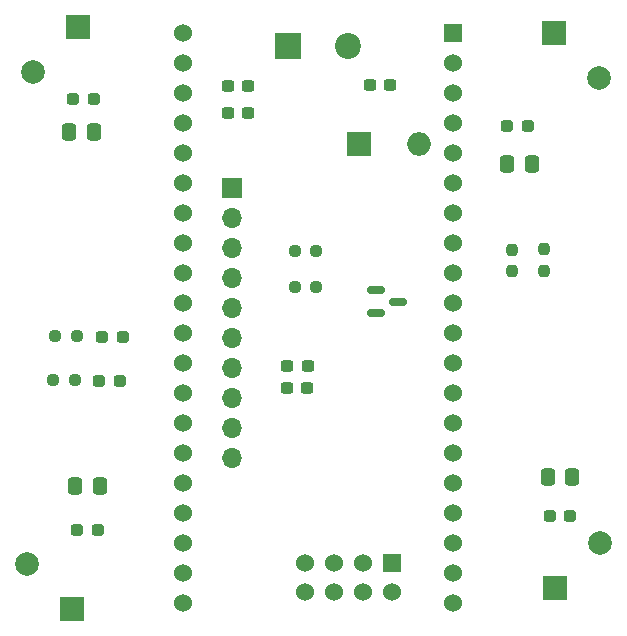
<source format=gbr>
%TF.GenerationSoftware,KiCad,Pcbnew,(6.0.7)*%
%TF.CreationDate,2022-10-25T16:16:00+09:00*%
%TF.ProjectId,quad_jsb,71756164-5f6a-4736-922e-6b696361645f,rev?*%
%TF.SameCoordinates,Original*%
%TF.FileFunction,Soldermask,Top*%
%TF.FilePolarity,Negative*%
%FSLAX46Y46*%
G04 Gerber Fmt 4.6, Leading zero omitted, Abs format (unit mm)*
G04 Created by KiCad (PCBNEW (6.0.7)) date 2022-10-25 16:16:00*
%MOMM*%
%LPD*%
G01*
G04 APERTURE LIST*
G04 Aperture macros list*
%AMRoundRect*
0 Rectangle with rounded corners*
0 $1 Rounding radius*
0 $2 $3 $4 $5 $6 $7 $8 $9 X,Y pos of 4 corners*
0 Add a 4 corners polygon primitive as box body*
4,1,4,$2,$3,$4,$5,$6,$7,$8,$9,$2,$3,0*
0 Add four circle primitives for the rounded corners*
1,1,$1+$1,$2,$3*
1,1,$1+$1,$4,$5*
1,1,$1+$1,$6,$7*
1,1,$1+$1,$8,$9*
0 Add four rect primitives between the rounded corners*
20,1,$1+$1,$2,$3,$4,$5,0*
20,1,$1+$1,$4,$5,$6,$7,0*
20,1,$1+$1,$6,$7,$8,$9,0*
20,1,$1+$1,$8,$9,$2,$3,0*%
G04 Aperture macros list end*
%ADD10RoundRect,0.250000X-0.337500X-0.475000X0.337500X-0.475000X0.337500X0.475000X-0.337500X0.475000X0*%
%ADD11C,2.000000*%
%ADD12R,2.000000X2.000000*%
%ADD13RoundRect,0.237500X-0.287500X-0.237500X0.287500X-0.237500X0.287500X0.237500X-0.287500X0.237500X0*%
%ADD14RoundRect,0.237500X0.287500X0.237500X-0.287500X0.237500X-0.287500X-0.237500X0.287500X-0.237500X0*%
%ADD15C,2.200000*%
%ADD16R,2.200000X2.200000*%
%ADD17R,1.524000X1.524000*%
%ADD18C,1.524000*%
%ADD19RoundRect,0.150000X-0.587500X-0.150000X0.587500X-0.150000X0.587500X0.150000X-0.587500X0.150000X0*%
%ADD20RoundRect,0.237500X0.300000X0.237500X-0.300000X0.237500X-0.300000X-0.237500X0.300000X-0.237500X0*%
%ADD21RoundRect,0.250000X0.337500X0.475000X-0.337500X0.475000X-0.337500X-0.475000X0.337500X-0.475000X0*%
%ADD22RoundRect,0.237500X0.250000X0.237500X-0.250000X0.237500X-0.250000X-0.237500X0.250000X-0.237500X0*%
%ADD23O,2.000000X2.000000*%
%ADD24RoundRect,0.237500X-0.300000X-0.237500X0.300000X-0.237500X0.300000X0.237500X-0.300000X0.237500X0*%
%ADD25R,1.700000X1.700000*%
%ADD26O,1.700000X1.700000*%
%ADD27RoundRect,0.237500X0.237500X-0.250000X0.237500X0.250000X-0.237500X0.250000X-0.237500X-0.250000X0*%
%ADD28RoundRect,0.237500X-0.237500X0.250000X-0.237500X-0.250000X0.237500X-0.250000X0.237500X0.250000X0*%
G04 APERTURE END LIST*
D10*
%TO.C,C10*%
X43512500Y40500000D03*
X45587500Y40500000D03*
%TD*%
%TO.C,C12*%
X46962500Y14000000D03*
X49037500Y14000000D03*
%TD*%
D11*
%TO.C,U11*%
X3345000Y48345000D03*
D12*
X7155000Y52155000D03*
%TD*%
D13*
%TO.C,D5*%
X43500000Y43750000D03*
X45250000Y43750000D03*
%TD*%
D14*
%TO.C,D4*%
X8875000Y9500000D03*
X7125000Y9500000D03*
%TD*%
D15*
%TO.C,U1*%
X30040000Y50500000D03*
D16*
X24960000Y50500000D03*
%TD*%
D17*
%TO.C,U4*%
X33750000Y6750000D03*
D18*
X33750000Y4290000D03*
X31290000Y6750000D03*
X31290000Y4290000D03*
X28830000Y6750000D03*
X28830000Y4290000D03*
X26370000Y6750000D03*
X26370000Y4290000D03*
%TD*%
D11*
%TO.C,U12*%
X51405000Y8405000D03*
D12*
X47595000Y4595000D03*
%TD*%
D19*
%TO.C,U13*%
X32412500Y29825000D03*
X32412500Y27925000D03*
X34287500Y28875000D03*
%TD*%
D20*
%TO.C,C13*%
X21612500Y44825000D03*
X19887500Y44825000D03*
%TD*%
D11*
%TO.C,U9*%
X2845000Y6655000D03*
D12*
X6655000Y2845000D03*
%TD*%
D21*
%TO.C,C11*%
X8537500Y43250000D03*
X6462500Y43250000D03*
%TD*%
D22*
%TO.C,R4*%
X27350000Y30125000D03*
X25525000Y30125000D03*
%TD*%
D13*
%TO.C,D7*%
X47125000Y10750000D03*
X48875000Y10750000D03*
%TD*%
D14*
%TO.C,D3*%
X10975000Y25850000D03*
X9225000Y25850000D03*
%TD*%
%TO.C,D2*%
X10700000Y22125000D03*
X8950000Y22125000D03*
%TD*%
D12*
%TO.C,D1*%
X30960000Y42250000D03*
D23*
X36040000Y42250000D03*
%TD*%
D24*
%TO.C,C14*%
X31875000Y47225000D03*
X33600000Y47225000D03*
%TD*%
D25*
%TO.C,U6*%
X20225000Y38525000D03*
D26*
X20225000Y35985000D03*
X20225000Y33445000D03*
X20225000Y30905000D03*
X20225000Y28365000D03*
X20225000Y25825000D03*
X20225000Y23285000D03*
X20225000Y20745000D03*
X20225000Y18205000D03*
X20225000Y15665000D03*
%TD*%
D22*
%TO.C,R10*%
X7075000Y26000000D03*
X5250000Y26000000D03*
%TD*%
D27*
%TO.C,R2*%
X43900000Y31425000D03*
X43900000Y33250000D03*
%TD*%
D22*
%TO.C,R3*%
X27350000Y33125000D03*
X25525000Y33125000D03*
%TD*%
D14*
%TO.C,D6*%
X8500000Y46000000D03*
X6750000Y46000000D03*
%TD*%
D24*
%TO.C,C15*%
X24900000Y23450000D03*
X26625000Y23450000D03*
%TD*%
D11*
%TO.C,U10*%
X51255000Y47820000D03*
D12*
X47445000Y51630000D03*
%TD*%
D21*
%TO.C,C9*%
X9037500Y13250000D03*
X6962500Y13250000D03*
%TD*%
D20*
%TO.C,C1*%
X21612500Y47125000D03*
X19887500Y47125000D03*
%TD*%
D24*
%TO.C,C16*%
X24875000Y21600000D03*
X26600000Y21600000D03*
%TD*%
D28*
%TO.C,R1*%
X46625000Y33300000D03*
X46625000Y31475000D03*
%TD*%
D22*
%TO.C,R9*%
X6912500Y22250000D03*
X5087500Y22250000D03*
%TD*%
D17*
%TO.C,U5*%
X38930000Y51630000D03*
D18*
X38930000Y49090000D03*
X38930000Y46550000D03*
X38930000Y44010000D03*
X38930000Y41470000D03*
X38930000Y38930000D03*
X38930000Y36390000D03*
X38930000Y33850000D03*
X38930000Y31310000D03*
X38930000Y28770000D03*
X38930000Y26230000D03*
X38930000Y23690000D03*
X38930000Y21150000D03*
X38930000Y18610000D03*
X38930000Y16070000D03*
X38930000Y13530000D03*
X38930000Y10990000D03*
X38930000Y8450000D03*
X38930000Y5910000D03*
X38930000Y3370000D03*
X16070000Y3370000D03*
X16070000Y5910000D03*
X16070000Y8450000D03*
X16070000Y10990000D03*
X16070000Y13530000D03*
X16070000Y16070000D03*
X16070000Y18610000D03*
X16070000Y21150000D03*
X16070000Y23690000D03*
X16070000Y26230000D03*
X16070000Y28770000D03*
X16070000Y31310000D03*
X16070000Y33850000D03*
X16070000Y36390000D03*
X16070000Y38930000D03*
X16070000Y41470000D03*
X16070000Y44010000D03*
X16070000Y46550000D03*
X16070000Y49090000D03*
X16070000Y51630000D03*
%TD*%
M02*

</source>
